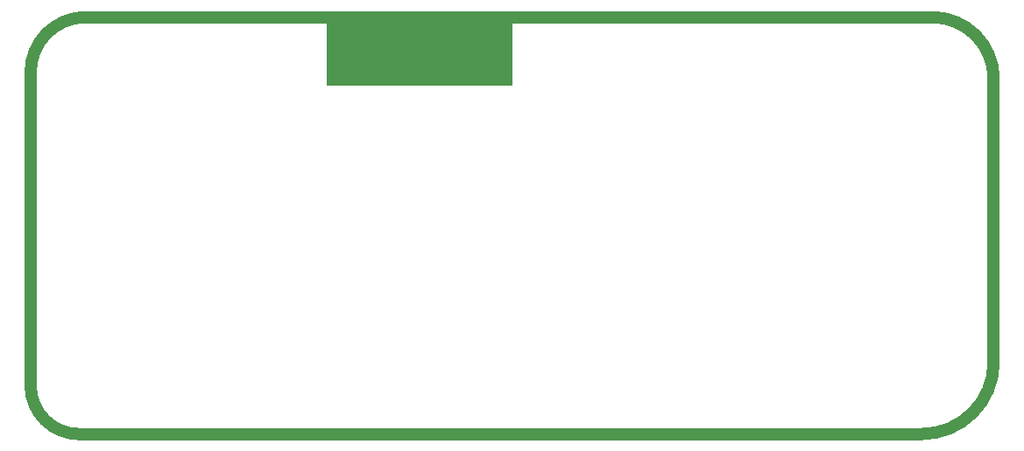
<source format=gbr>
G04*
G04 #@! TF.GenerationSoftware,Altium Limited,Altium Designer,24.7.2 (38)*
G04*
G04 Layer_Color=16711935*
%FSLAX25Y25*%
%MOIN*%
G70*
G04*
G04 #@! TF.SameCoordinates,557B2C77-FFCE-42D9-A2FA-4134FEC932EB*
G04*
G04*
G04 #@! TF.FilePolarity,Positive*
G04*
G01*
G75*
%ADD78C,0.04724*%
G36*
X183484Y132866D02*
X112618Y132866D01*
Y156488D01*
X183484D01*
X183484Y132866D01*
D02*
G37*
D78*
X21000Y159000D02*
G03*
X0Y138000I-0J-21000D01*
G01*
X366500Y135500D02*
G03*
X343000Y159000I-23500J0D01*
G01*
X339000Y-0D02*
G03*
X366500Y27500I0J27500D01*
G01*
X0Y18500D02*
G03*
X18500Y0I18500J-0D01*
G01*
X21000Y159000D02*
X343000D01*
X0Y18500D02*
Y138000D01*
X366500Y27500D02*
Y135500D01*
X18500Y0D02*
X339000Y-0D01*
M02*

</source>
